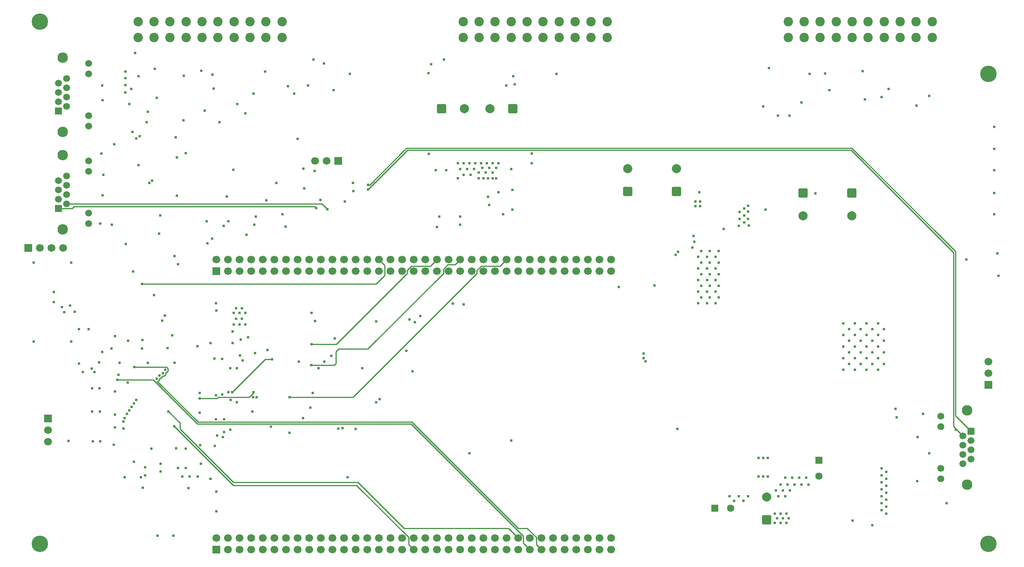
<source format=gbr>
%TF.GenerationSoftware,KiCad,Pcbnew,9.0.3*%
%TF.CreationDate,2025-10-14T12:15:04-07:00*%
%TF.ProjectId,VCU_v1,5643555f-7631-42e6-9b69-6361645f7063,rev?*%
%TF.SameCoordinates,Original*%
%TF.FileFunction,Copper,L5,Inr*%
%TF.FilePolarity,Positive*%
%FSLAX46Y46*%
G04 Gerber Fmt 4.6, Leading zero omitted, Abs format (unit mm)*
G04 Created by KiCad (PCBNEW 9.0.3) date 2025-10-14 12:15:04*
%MOMM*%
%LPD*%
G01*
G04 APERTURE LIST*
G04 Aperture macros list*
%AMRoundRect*
0 Rectangle with rounded corners*
0 $1 Rounding radius*
0 $2 $3 $4 $5 $6 $7 $8 $9 X,Y pos of 4 corners*
0 Add a 4 corners polygon primitive as box body*
4,1,4,$2,$3,$4,$5,$6,$7,$8,$9,$2,$3,0*
0 Add four circle primitives for the rounded corners*
1,1,$1+$1,$2,$3*
1,1,$1+$1,$4,$5*
1,1,$1+$1,$6,$7*
1,1,$1+$1,$8,$9*
0 Add four rect primitives between the rounded corners*
20,1,$1+$1,$2,$3,$4,$5,0*
20,1,$1+$1,$4,$5,$6,$7,0*
20,1,$1+$1,$6,$7,$8,$9,0*
20,1,$1+$1,$8,$9,$2,$3,0*%
G04 Aperture macros list end*
%TA.AperFunction,ComponentPad*%
%ADD10C,3.600000*%
%TD*%
%TA.AperFunction,ComponentPad*%
%ADD11R,1.500000X1.500000*%
%TD*%
%TA.AperFunction,ComponentPad*%
%ADD12C,1.500000*%
%TD*%
%TA.AperFunction,ComponentPad*%
%ADD13C,2.300000*%
%TD*%
%TA.AperFunction,ComponentPad*%
%ADD14RoundRect,0.250000X0.750000X0.750000X-0.750000X0.750000X-0.750000X-0.750000X0.750000X-0.750000X0*%
%TD*%
%TA.AperFunction,ComponentPad*%
%ADD15C,2.000000*%
%TD*%
%TA.AperFunction,ComponentPad*%
%ADD16RoundRect,0.250000X-0.550000X-0.550000X0.550000X-0.550000X0.550000X0.550000X-0.550000X0.550000X0*%
%TD*%
%TA.AperFunction,ComponentPad*%
%ADD17C,1.600000*%
%TD*%
%TA.AperFunction,ComponentPad*%
%ADD18RoundRect,0.250000X-0.550000X0.550000X-0.550000X-0.550000X0.550000X-0.550000X0.550000X0.550000X0*%
%TD*%
%TA.AperFunction,ComponentPad*%
%ADD19C,2.057400*%
%TD*%
%TA.AperFunction,ComponentPad*%
%ADD20R,1.700000X1.700000*%
%TD*%
%TA.AperFunction,ComponentPad*%
%ADD21C,1.700000*%
%TD*%
%TA.AperFunction,ComponentPad*%
%ADD22RoundRect,0.250000X-0.750000X-0.750000X0.750000X-0.750000X0.750000X0.750000X-0.750000X0.750000X0*%
%TD*%
%TA.AperFunction,ComponentPad*%
%ADD23RoundRect,0.250000X-0.750000X0.750000X-0.750000X-0.750000X0.750000X-0.750000X0.750000X0.750000X0*%
%TD*%
%TA.AperFunction,ComponentPad*%
%ADD24RoundRect,0.250000X0.750000X-0.750000X0.750000X0.750000X-0.750000X0.750000X-0.750000X-0.750000X0*%
%TD*%
%TA.AperFunction,ViaPad*%
%ADD25C,0.609600*%
%TD*%
%TA.AperFunction,Conductor*%
%ADD26C,0.254000*%
%TD*%
G04 APERTURE END LIST*
D10*
%TO.N,unconnected-(H1-Pad1)*%
%TO.C,H1*%
X237490000Y-68580000D03*
%TD*%
D11*
%TO.N,/BRUHbus/CAN2_H*%
%TO.C,J8*%
X34040000Y-98050000D03*
D12*
%TO.N,/BRUHbus/CAN2_L*%
X35820000Y-97034000D03*
%TO.N,GND*%
X34040000Y-96018000D03*
%TO.N,+12V*%
X35820000Y-95002000D03*
X34040000Y-93986000D03*
%TO.N,GND*%
X35820000Y-92970000D03*
%TO.N,/BRUHbus/CAN2_L*%
X34040000Y-91954000D03*
%TO.N,/BRUHbus/CAN2_H*%
X35820000Y-90938000D03*
%TO.N,GND*%
X40640000Y-101350000D03*
%TO.N,Net-(J8-POWER_GOOD)*%
X40640000Y-99060000D03*
%TO.N,GND*%
X40640000Y-89920000D03*
%TO.N,Net-(J8-CAN_IND)*%
X40640000Y-87630000D03*
D13*
%TO.N,Net-(J8-SHIELD)*%
X34930000Y-102620000D03*
X34930000Y-86360000D03*
%TD*%
D11*
%TO.N,/BRUHbus/CAN1_H*%
%TO.C,J7*%
X34036000Y-76708000D03*
D12*
%TO.N,/BRUHbus/CAN1_L*%
X35816000Y-75692000D03*
%TO.N,GND*%
X34036000Y-74676000D03*
%TO.N,+12V*%
X35816000Y-73660000D03*
X34036000Y-72644000D03*
%TO.N,GND*%
X35816000Y-71628000D03*
%TO.N,/BRUHbus/CAN1_L*%
X34036000Y-70612000D03*
%TO.N,/BRUHbus/CAN1_H*%
X35816000Y-69596000D03*
%TO.N,GND*%
X40636000Y-80008000D03*
%TO.N,Net-(J7-POWER_GOOD)*%
X40636000Y-77718000D03*
%TO.N,GND*%
X40636000Y-68578000D03*
%TO.N,Net-(J7-CAN_IND)*%
X40636000Y-66288000D03*
D13*
%TO.N,Net-(J7-SHIELD)*%
X34926000Y-81278000D03*
X34926000Y-65018000D03*
%TD*%
D14*
%TO.N,+12V*%
%TO.C,C65*%
X133431677Y-76224001D03*
D15*
%TO.N,GND*%
X128431677Y-76224001D03*
%TD*%
D16*
%TO.N,+5V*%
%TO.C,C11*%
X177602000Y-163660000D03*
D17*
%TO.N,GND*%
X181102000Y-163660000D03*
%TD*%
D18*
%TO.N,+12V*%
%TO.C,C2*%
X200406000Y-153117349D03*
D17*
%TO.N,GND*%
X200406000Y-156617349D03*
%TD*%
D19*
%TO.N,/Connector-Root/APPS1-SIG*%
%TO.C,U6*%
X82950010Y-60626001D03*
%TO.N,unconnected-(U6-Pad2)*%
X79450009Y-60626001D03*
%TO.N,/Connector-Root/APPS2-SIG*%
X75950008Y-60626001D03*
%TO.N,unconnected-(U6-Pad4)*%
X72450005Y-60626001D03*
%TO.N,/Connector-Root/BSE-SIG*%
X68950005Y-60626001D03*
%TO.N,unconnected-(U6-Pad6)*%
X65450004Y-60626001D03*
%TO.N,/STM32-Root/STM32H723ZGT6/PG4*%
X61950003Y-60626001D03*
%TO.N,+4.8V*%
X58450003Y-60626001D03*
X54950002Y-60626001D03*
X51450001Y-60626001D03*
%TO.N,/BRUHbus/CAN1_L*%
X82950010Y-57125999D03*
%TO.N,/BRUHbus/CAN1_H*%
X79450009Y-57125999D03*
%TO.N,/Connector-Root/RTD_BTN+*%
X75950008Y-57125999D03*
%TO.N,/Connector-Root/RTD_BTN-*%
X72450005Y-57125999D03*
%TO.N,/Connector-Root/PRECHARGE_BTN+*%
X68950005Y-57125999D03*
%TO.N,/Connector-Root/PRECHARGE_BTN-*%
X65450004Y-57125999D03*
%TO.N,/STM32-Root/STM32H723ZGT6/PB15*%
X61950003Y-57125999D03*
%TO.N,GND*%
X58450003Y-57125999D03*
X54950002Y-57125999D03*
X51450001Y-57125999D03*
%TD*%
%TO.N,/Connector-Root/Vin+*%
%TO.C,U7*%
X154070010Y-60626001D03*
%TO.N,/STM32-Root/STM32H723ZGT6/PG14*%
X150570009Y-60626001D03*
%TO.N,/STM32-Root/STM32H723ZGT6/PG12*%
X147070008Y-60626001D03*
%TO.N,/STM32-Root/STM32H723ZGT6/PG9*%
X143570005Y-60626001D03*
%TO.N,/STM32-Root/STM32H723ZGT6/PG5*%
X140070005Y-60626001D03*
%TO.N,/Connector-Root/BSPD-FAULT*%
X136570004Y-60626001D03*
%TO.N,/Connector-Root/IMD-FAULT*%
X133070003Y-60626001D03*
%TO.N,/Connector-Root/BMS-FAULT*%
X129570003Y-60626001D03*
%TO.N,/Connector-Root/SPEAKER-*%
X126070002Y-60626001D03*
%TO.N,/Connector-Root/SPEAKER+*%
X122570001Y-60626001D03*
%TO.N,GND*%
X154070010Y-57125999D03*
%TO.N,/STM32-Root/STM32H723ZGT6/PG15*%
X150570009Y-57125999D03*
%TO.N,/STM32-Root/STM32H723ZGT6/PG13*%
X147070008Y-57125999D03*
%TO.N,/STM32-Root/STM32H723ZGT6/PG11*%
X143570005Y-57125999D03*
%TO.N,/STM32-Root/STM32H723ZGT6/PG10*%
X140070005Y-57125999D03*
%TO.N,/STM32-Root/STM32H723ZGT6/PG8*%
X136570004Y-57125999D03*
%TO.N,/STM32-Root/STM32H723ZGT6/PG7*%
X133070003Y-57125999D03*
%TO.N,/STM32-Root/STM32H723ZGT6/PG6*%
X129570003Y-57125999D03*
%TO.N,/STM32-Root/STM32H723ZGT6/PE10*%
X126070002Y-57125999D03*
%TO.N,/STM32-Root/STM32H723ZGT6/PE11*%
X122570001Y-57125999D03*
%TD*%
D20*
%TO.N,unconnected-(JP3-A-Pad1)*%
%TO.C,JP3*%
X237490000Y-136652000D03*
D21*
%TO.N,Net-(JP3-C)*%
X237490000Y-134112000D03*
%TO.N,/BRUHbus/CAN2_L*%
X237490000Y-131572000D03*
%TD*%
D22*
%TO.N,+12V*%
%TO.C,C66*%
X117843677Y-76224001D03*
D15*
%TO.N,GND*%
X122843677Y-76224001D03*
%TD*%
D20*
%TO.N,+3.3V*%
%TO.C,JP1*%
X31750000Y-144018000D03*
D21*
%TO.N,Net-(JP1-C)*%
X31750000Y-146558000D03*
%TO.N,GND*%
X31750000Y-149098000D03*
%TD*%
D20*
%TO.N,+3.3V*%
%TO.C,J1*%
X27432000Y-106680000D03*
D21*
%TO.N,/STM32-Root/STM32H723ZGT6/PA14*%
X29972000Y-106680000D03*
%TO.N,GND*%
X32512000Y-106680000D03*
%TO.N,/STM32-Root/STM32H723ZGT6/PA13*%
X35052000Y-106680000D03*
%TD*%
D23*
%TO.N,+3.3V*%
%TO.C,C53*%
X196957990Y-94673678D03*
D15*
%TO.N,GND*%
X196957990Y-99673678D03*
%TD*%
D11*
%TO.N,/BRUHbus/CAN2_H*%
%TO.C,J6*%
X233680000Y-146808000D03*
D12*
%TO.N,/BRUHbus/CAN2_L*%
X231900000Y-147824000D03*
%TO.N,unconnected-(J6--Vs-Pad3)*%
X233680000Y-148840000D03*
%TO.N,Net-(J6-+Vs-Pad4)*%
X231900000Y-149856000D03*
X233680000Y-150872000D03*
%TO.N,unconnected-(J6--Vs-Pad6)*%
X231900000Y-151888000D03*
%TO.N,/BRUHbus/CAN2_L*%
X233680000Y-152904000D03*
%TO.N,/BRUHbus/CAN2_H*%
X231900000Y-153920000D03*
%TO.N,GND*%
X227080000Y-143508000D03*
%TO.N,Net-(J6-POWER_GOOD)*%
X227080000Y-145798000D03*
%TO.N,GND*%
X227080000Y-154938000D03*
%TO.N,Net-(J6-CAN_IND)*%
X227080000Y-157228000D03*
D13*
%TO.N,Net-(J6-SHIELD)*%
X232790000Y-142238000D03*
X232790000Y-158498000D03*
%TD*%
D20*
%TO.N,unconnected-(JP2-A-Pad1)*%
%TO.C,JP2*%
X95250000Y-87630000D03*
D21*
%TO.N,Net-(JP2-C)*%
X92710000Y-87630000D03*
%TO.N,/BRUHbus/CAN1_L*%
X90170000Y-87630000D03*
%TD*%
D24*
%TO.N,+3.3V*%
%TO.C,C76*%
X158603990Y-94339678D03*
D15*
%TO.N,GND*%
X158603990Y-89339678D03*
%TD*%
D10*
%TO.N,unconnected-(H2-Pad1)_1*%
%TO.C,H2*%
X29972000Y-57150000D03*
%TD*%
D20*
%TO.N,/STM32-Root/STM32H723ZGT6/PC9*%
%TO.C,J3*%
X68580000Y-111760000D03*
D21*
%TO.N,unconnected-(J3-Pin_2-Pad2)*%
X68580000Y-109220000D03*
%TO.N,unconnected-(J3-Pin_3-Pad3)*%
X71120000Y-111760000D03*
%TO.N,unconnected-(J3-Pin_4-Pad4)*%
X71120000Y-109220000D03*
%TO.N,unconnected-(J3-Pin_5-Pad5)*%
X73660000Y-111760000D03*
%TO.N,unconnected-(J3-Pin_6-Pad6)*%
X73660000Y-109220000D03*
%TO.N,unconnected-(J3-Pin_7-Pad7)*%
X76200000Y-111760000D03*
%TO.N,unconnected-(J3-Pin_8-Pad8)*%
X76200000Y-109220000D03*
%TO.N,GND*%
X78740000Y-111760000D03*
%TO.N,unconnected-(J3-Pin_10-Pad10)*%
X78740000Y-109220000D03*
%TO.N,/STM32-Root/STM32H723ZGT6/PA5*%
X81280000Y-111760000D03*
%TO.N,unconnected-(J3-Pin_12-Pad12)*%
X81280000Y-109220000D03*
%TO.N,/STM32-Root/STM32H723ZGT6/PA6*%
X83820000Y-111760000D03*
%TO.N,unconnected-(J3-Pin_14-Pad14)*%
X83820000Y-109220000D03*
%TO.N,/STM32-Root/STM32H723ZGT6/PA7*%
X86360000Y-111760000D03*
%TO.N,/STM32-Root/STM32H723ZGT6/PB12*%
X86360000Y-109220000D03*
%TO.N,/STM32-Root/STM32H723ZGT6/PB6*%
X88900000Y-111760000D03*
%TO.N,unconnected-(J3-Pin_18-Pad18)*%
X88900000Y-109220000D03*
%TO.N,unconnected-(J3-Pin_19-Pad19)*%
X91440000Y-111760000D03*
%TO.N,GND*%
X91440000Y-109220000D03*
%TO.N,unconnected-(J3-Pin_21-Pad21)*%
X93980000Y-111760000D03*
%TO.N,unconnected-(J3-Pin_22-Pad22)*%
X93980000Y-109220000D03*
%TO.N,unconnected-(J3-Pin_23-Pad23)*%
X96520000Y-111760000D03*
%TO.N,unconnected-(J3-Pin_24-Pad24)*%
X96520000Y-109220000D03*
%TO.N,/STM32-Root/STM32H723ZGT6/PB10*%
X99060000Y-111760000D03*
%TO.N,/STM32-Root/STM32H723ZGT6/PB15*%
X99060000Y-109220000D03*
%TO.N,unconnected-(J3-Pin_27-Pad27)*%
X101600000Y-111760000D03*
%TO.N,unconnected-(J3-Pin_28-Pad28)*%
X101600000Y-109220000D03*
%TO.N,/STM32-Root/STM32H723ZGT6/PB5*%
X104140000Y-111760000D03*
%TO.N,/STM32-Root/STM32H723ZGT6/PB13*%
X104140000Y-109220000D03*
%TO.N,unconnected-(J3-Pin_31-Pad31)*%
X106680000Y-111760000D03*
%TO.N,GND*%
X106680000Y-109220000D03*
%TO.N,unconnected-(J3-Pin_33-Pad33)*%
X109220000Y-111760000D03*
%TO.N,unconnected-(J3-Pin_34-Pad34)*%
X109220000Y-109220000D03*
%TO.N,/STM32-Root/STM32H723ZGT6/PA2*%
X111760000Y-111760000D03*
%TO.N,unconnected-(J3-Pin_36-Pad36)*%
X111760000Y-109220000D03*
%TO.N,unconnected-(J3-Pin_37-Pad37)*%
X114300000Y-111760000D03*
%TO.N,unconnected-(J3-Pin_38-Pad38)*%
X114300000Y-109220000D03*
%TO.N,GND*%
X116840000Y-111760000D03*
%TO.N,/STM32-Root/STM32H723ZGT6/PE8*%
X116840000Y-109220000D03*
%TO.N,unconnected-(J3-Pin_41-Pad41)*%
X119380000Y-111760000D03*
%TO.N,/STM32-Root/STM32H723ZGT6/PF10*%
X119380000Y-109220000D03*
%TO.N,unconnected-(J3-Pin_43-Pad43)*%
X121920000Y-111760000D03*
%TO.N,/STM32-Root/STM32H723ZGT6/PE7*%
X121920000Y-109220000D03*
%TO.N,unconnected-(J3-Pin_45-Pad45)*%
X124460000Y-111760000D03*
%TO.N,unconnected-(J3-Pin_46-Pad46)*%
X124460000Y-109220000D03*
%TO.N,unconnected-(J3-Pin_47-Pad47)*%
X127000000Y-111760000D03*
%TO.N,unconnected-(J3-Pin_48-Pad48)*%
X127000000Y-109220000D03*
%TO.N,unconnected-(J3-Pin_49-Pad49)*%
X129540000Y-111760000D03*
%TO.N,/STM32-Root/STM32H723ZGT6/PF14*%
X129540000Y-109220000D03*
%TO.N,unconnected-(J3-Pin_51-Pad51)*%
X132080000Y-111760000D03*
%TO.N,/STM32-Root/STM32H723ZGT6/PE9*%
X132080000Y-109220000D03*
%TO.N,unconnected-(J3-Pin_53-Pad53)*%
X134620000Y-111760000D03*
%TO.N,GND*%
X134620000Y-109220000D03*
%TO.N,unconnected-(J3-Pin_55-Pad55)*%
X137160000Y-111760000D03*
%TO.N,unconnected-(J3-Pin_56-Pad56)*%
X137160000Y-109220000D03*
%TO.N,unconnected-(J3-Pin_57-Pad57)*%
X139700000Y-111760000D03*
%TO.N,unconnected-(J3-Pin_58-Pad58)*%
X139700000Y-109220000D03*
%TO.N,unconnected-(J3-Pin_59-Pad59)*%
X142240000Y-111760000D03*
%TO.N,/STM32-Root/STM32H723ZGT6/PF15*%
X142240000Y-109220000D03*
%TO.N,unconnected-(J3-Pin_61-Pad61)*%
X144780000Y-111760000D03*
%TO.N,unconnected-(J3-Pin_62-Pad62)*%
X144780000Y-109220000D03*
%TO.N,GND*%
X147320000Y-111760000D03*
%TO.N,unconnected-(J3-Pin_64-Pad64)*%
X147320000Y-109220000D03*
%TO.N,unconnected-(J3-Pin_65-Pad65)*%
X149860000Y-111760000D03*
%TO.N,unconnected-(J3-Pin_66-Pad66)*%
X149860000Y-109220000D03*
%TO.N,unconnected-(J3-Pin_67-Pad67)*%
X152400000Y-111760000D03*
%TO.N,unconnected-(J3-Pin_68-Pad68)*%
X152400000Y-109220000D03*
%TO.N,unconnected-(J3-Pin_69-Pad69)*%
X154940000Y-111760000D03*
%TO.N,unconnected-(J3-Pin_70-Pad70)*%
X154940000Y-109220000D03*
%TD*%
D10*
%TO.N,unconnected-(H3-Pad1)_1*%
%TO.C,H3*%
X237490000Y-171450000D03*
%TD*%
D23*
%TO.N,Net-(U14-LDOO)*%
%TO.C,C61*%
X207625990Y-94673678D03*
D15*
%TO.N,GND*%
X207625990Y-99673678D03*
%TD*%
D10*
%TO.N,unconnected-(H4-Pad1)_2*%
%TO.C,H4*%
X29972000Y-171450000D03*
%TD*%
D24*
%TO.N,+5V*%
%TO.C,C13*%
X188976000Y-166200000D03*
D15*
%TO.N,GND*%
X188976000Y-161200000D03*
%TD*%
D24*
%TO.N,+3.3V*%
%TO.C,C80*%
X169271990Y-94339678D03*
D15*
%TO.N,GND*%
X169271990Y-89339678D03*
%TD*%
D19*
%TO.N,unconnected-(U8-Pad1)*%
%TO.C,U8*%
X225190010Y-60626001D03*
%TO.N,unconnected-(U8-Pad2)*%
X221690009Y-60626001D03*
%TO.N,/Connector-Root/GEN_BTN1+*%
X218190008Y-60626001D03*
%TO.N,/Connector-Root/GEN_BTN2+*%
X214690005Y-60626001D03*
%TO.N,/STM32-Root/STM32H723ZGT6/PG2*%
X211190005Y-60626001D03*
%TO.N,/STM32-Root/STM32H723ZGT6/PG3*%
X207690004Y-60626001D03*
%TO.N,/Connector-Root/BRAKE_LIGHT*%
X204190003Y-60626001D03*
%TO.N,/Connector-Root/BSPD_FAULT+*%
X200690003Y-60626001D03*
%TO.N,/Connector-Root/IMD_FAULT+*%
X197190002Y-60626001D03*
%TO.N,/Connector-Root/BMS_FAULT+*%
X193690001Y-60626001D03*
%TO.N,unconnected-(U8-Pad11)*%
X225190010Y-57125999D03*
%TO.N,unconnected-(U8-Pad12)*%
X221690009Y-57125999D03*
%TO.N,/Connector-Root/GEN_BTN1-*%
X218190008Y-57125999D03*
%TO.N,/Connector-Root/GEN_BTN2-*%
X214690005Y-57125999D03*
%TO.N,/STM32-Root/STM32H723ZGT6/PA2*%
X211190005Y-57125999D03*
%TO.N,/STM32-Root/STM32H723ZGT6/PA1*%
X207690004Y-57125999D03*
%TO.N,/STM32-Root/STM32H723ZGT6/PA0*%
X204190003Y-57125999D03*
%TO.N,GND*%
X200690003Y-57125999D03*
X197190002Y-57125999D03*
X193690001Y-57125999D03*
%TD*%
D20*
%TO.N,/STM32-Root/STM32H723ZGT6/PC10*%
%TO.C,J2*%
X68580000Y-172720000D03*
D21*
%TO.N,/STM32-Root/STM32H723ZGT6/PC11*%
X68580000Y-170180000D03*
%TO.N,/STM32-Root/STM32H723ZGT6/PC12*%
X71120000Y-172720000D03*
%TO.N,/STM32-Root/STM32H723ZGT6/PD2*%
X71120000Y-170180000D03*
%TO.N,unconnected-(J2-Pin_5-Pad5)*%
X73660000Y-172720000D03*
%TO.N,+5V*%
X73660000Y-170180000D03*
%TO.N,unconnected-(J2-Pin_7-Pad7)*%
X76200000Y-172720000D03*
%TO.N,GND*%
X76200000Y-170180000D03*
%TO.N,unconnected-(J2-Pin_9-Pad9)*%
X78740000Y-172720000D03*
%TO.N,unconnected-(J2-Pin_10-Pad10)*%
X78740000Y-170180000D03*
%TO.N,unconnected-(J2-Pin_11-Pad11)*%
X81280000Y-172720000D03*
%TO.N,unconnected-(J2-Pin_12-Pad12)*%
X81280000Y-170180000D03*
%TO.N,unconnected-(J2-Pin_13-Pad13)*%
X83820000Y-172720000D03*
%TO.N,unconnected-(J2-Pin_14-Pad14)*%
X83820000Y-170180000D03*
%TO.N,unconnected-(J2-Pin_15-Pad15)*%
X86360000Y-172720000D03*
%TO.N,unconnected-(J2-Pin_16-Pad16)*%
X86360000Y-170180000D03*
%TO.N,unconnected-(J2-Pin_17-Pad17)*%
X88900000Y-172720000D03*
%TO.N,unconnected-(J2-Pin_18-Pad18)*%
X88900000Y-170180000D03*
%TO.N,GND*%
X91440000Y-172720000D03*
X91440000Y-170180000D03*
%TO.N,unconnected-(J2-Pin_21-Pad21)*%
X93980000Y-172720000D03*
%TO.N,GND*%
X93980000Y-170180000D03*
%TO.N,unconnected-(J2-Pin_23-Pad23)*%
X96520000Y-172720000D03*
%TO.N,unconnected-(J2-Pin_24-Pad24)*%
X96520000Y-170180000D03*
%TO.N,unconnected-(J2-Pin_25-Pad25)*%
X99060000Y-172720000D03*
%TO.N,unconnected-(J2-Pin_26-Pad26)*%
X99060000Y-170180000D03*
%TO.N,unconnected-(J2-Pin_27-Pad27)*%
X101600000Y-172720000D03*
%TO.N,/STM32-Root/STM32H723ZGT6/PA0*%
X101600000Y-170180000D03*
%TO.N,unconnected-(J2-Pin_29-Pad29)*%
X104140000Y-172720000D03*
%TO.N,/STM32-Root/STM32H723ZGT6/PA1*%
X104140000Y-170180000D03*
%TO.N,unconnected-(J2-Pin_31-Pad31)*%
X106680000Y-172720000D03*
%TO.N,unconnected-(J2-Pin_32-Pad32)*%
X106680000Y-170180000D03*
%TO.N,/STM32-Root/STM32H723ZGT6/VBAT*%
X109220000Y-172720000D03*
%TO.N,unconnected-(J2-Pin_34-Pad34)*%
X109220000Y-170180000D03*
%TO.N,/STM32-Root/STM32H723ZGT6/PC2*%
X111760000Y-172720000D03*
%TO.N,/STM32-Root/STM32H723ZGT6/PC1*%
X111760000Y-170180000D03*
%TO.N,unconnected-(J2-Pin_37-Pad37)*%
X114300000Y-172720000D03*
%TO.N,unconnected-(J2-Pin_38-Pad38)*%
X114300000Y-170180000D03*
%TO.N,unconnected-(J2-Pin_39-Pad39)*%
X116840000Y-172720000D03*
%TO.N,unconnected-(J2-Pin_40-Pad40)*%
X116840000Y-170180000D03*
%TO.N,unconnected-(J2-Pin_41-Pad41)*%
X119380000Y-172720000D03*
%TO.N,unconnected-(J2-Pin_42-Pad42)*%
X119380000Y-170180000D03*
%TO.N,unconnected-(J2-Pin_43-Pad43)*%
X121920000Y-172720000D03*
%TO.N,unconnected-(J2-Pin_44-Pad44)*%
X121920000Y-170180000D03*
%TO.N,unconnected-(J2-Pin_45-Pad45)*%
X124460000Y-172720000D03*
%TO.N,unconnected-(J2-Pin_46-Pad46)*%
X124460000Y-170180000D03*
%TO.N,unconnected-(J2-Pin_47-Pad47)*%
X127000000Y-172720000D03*
%TO.N,unconnected-(J2-Pin_48-Pad48)*%
X127000000Y-170180000D03*
%TO.N,GND*%
X129540000Y-172720000D03*
%TO.N,unconnected-(J2-Pin_50-Pad50)*%
X129540000Y-170180000D03*
%TO.N,unconnected-(J2-Pin_51-Pad51)*%
X132080000Y-172720000D03*
%TO.N,unconnected-(J2-Pin_52-Pad52)*%
X132080000Y-170180000D03*
%TO.N,unconnected-(J2-Pin_53-Pad53)*%
X134620000Y-172720000D03*
%TO.N,/STM32-Root/STM32H723ZGT6/PF8*%
X134620000Y-170180000D03*
%TO.N,/STM32-Root/STM32H723ZGT6/PD1*%
X137160000Y-172720000D03*
%TO.N,unconnected-(J2-Pin_56-Pad56)*%
X137160000Y-170180000D03*
%TO.N,/STM32-Root/STM32H723ZGT6/PD0*%
X139700000Y-172720000D03*
%TO.N,unconnected-(J2-Pin_58-Pad58)*%
X139700000Y-170180000D03*
%TO.N,unconnected-(J2-Pin_59-Pad59)*%
X142240000Y-172720000D03*
%TO.N,GND*%
X142240000Y-170180000D03*
%TO.N,unconnected-(J2-Pin_61-Pad61)*%
X144780000Y-172720000D03*
%TO.N,unconnected-(J2-Pin_62-Pad62)*%
X144780000Y-170180000D03*
%TO.N,unconnected-(J2-Pin_63-Pad63)*%
X147320000Y-172720000D03*
%TO.N,unconnected-(J2-Pin_64-Pad64)*%
X147320000Y-170180000D03*
%TO.N,unconnected-(J2-Pin_65-Pad65)*%
X149860000Y-172720000D03*
%TO.N,unconnected-(J2-Pin_66-Pad66)*%
X149860000Y-170180000D03*
%TO.N,unconnected-(J2-Pin_67-Pad67)*%
X152400000Y-172720000D03*
%TO.N,unconnected-(J2-Pin_68-Pad68)*%
X152400000Y-170180000D03*
%TO.N,unconnected-(J2-Pin_69-Pad69)*%
X154940000Y-172720000D03*
%TO.N,unconnected-(J2-Pin_70-Pad70)*%
X154940000Y-170180000D03*
%TD*%
D25*
%TO.N,/STM32-Root/STM32H723ZGT6/VBAT*%
X97282000Y-156845000D03*
%TO.N,GND*%
X28575000Y-127127000D03*
X187198000Y-152654000D03*
X191008000Y-159766000D03*
X69215000Y-79121000D03*
X49530000Y-75184000D03*
X187198000Y-156718000D03*
X70866000Y-95377000D03*
X121412000Y-91440000D03*
X131318000Y-99314000D03*
X174371000Y-96520000D03*
X125222000Y-88138000D03*
X46355000Y-138049000D03*
X128270000Y-97282000D03*
X133858000Y-70866000D03*
X89662000Y-138430000D03*
X193040000Y-156972000D03*
X193040000Y-161036000D03*
X238760000Y-89662000D03*
X46432800Y-143129000D03*
X97790000Y-68580000D03*
X58928000Y-125780800D03*
X192024000Y-158496000D03*
X238760000Y-80137000D03*
X92202000Y-131572000D03*
X184023000Y-99568000D03*
X126746000Y-89154000D03*
X61849000Y-150622000D03*
X195072000Y-158496000D03*
X62738000Y-156718000D03*
X114977505Y-68418001D03*
X210464400Y-74168000D03*
X118872000Y-89662000D03*
X207772000Y-166370000D03*
X188214000Y-156718000D03*
X54356000Y-150622000D03*
X238760000Y-94615000D03*
X64897000Y-142748000D03*
X90170000Y-122682000D03*
X89789000Y-65405000D03*
X94488000Y-126492000D03*
X196596000Y-158496000D03*
X52425100Y-126797900D03*
X71628000Y-133019800D03*
X28575000Y-109855000D03*
X36830000Y-109855000D03*
X228346000Y-162560000D03*
X80518000Y-145796000D03*
X133350000Y-98298000D03*
X33020000Y-116332000D03*
X183007000Y-100330000D03*
X238760000Y-84963000D03*
X174371000Y-97536000D03*
X115570000Y-66421000D03*
X183007000Y-98806000D03*
X133096000Y-89408000D03*
X65024000Y-149885400D03*
X181864000Y-162052000D03*
X53594000Y-131848501D03*
X41529000Y-148971000D03*
X180848000Y-161036000D03*
X98425000Y-92456000D03*
X184912000Y-100330000D03*
X128270000Y-89154000D03*
X94234000Y-72136000D03*
X128016000Y-91440000D03*
X43434000Y-85979000D03*
X129032000Y-91440000D03*
X193548000Y-158496000D03*
X52959000Y-156464000D03*
X188214000Y-152654000D03*
X67691800Y-68707000D03*
X182880000Y-101854000D03*
X71223617Y-138262199D03*
X41402000Y-137414000D03*
X68453000Y-118745000D03*
X68580000Y-120396000D03*
X127508000Y-90170000D03*
X84579389Y-147114391D03*
X69850000Y-130937000D03*
X70231000Y-144145000D03*
X50800000Y-64008000D03*
X67310000Y-157226000D03*
X121412000Y-88138000D03*
X93726000Y-130302000D03*
X126492000Y-88138000D03*
X129794000Y-91440000D03*
X217424000Y-143764000D03*
X127762000Y-88138000D03*
X59690000Y-82423000D03*
X194056000Y-159766000D03*
X184912000Y-97409000D03*
X48514000Y-156845000D03*
X122682000Y-88138000D03*
X59436000Y-131826000D03*
X59167300Y-169672000D03*
X196088000Y-156972000D03*
X48768000Y-105824000D03*
X56388000Y-155575000D03*
X197612000Y-156972000D03*
X128016000Y-95504000D03*
X133350000Y-93980000D03*
X87503000Y-143891000D03*
X52070000Y-156845000D03*
X130302000Y-94488000D03*
X125984000Y-91440000D03*
X68580000Y-164338000D03*
X238760000Y-99314000D03*
X193937611Y-77724000D03*
X223139000Y-143002000D03*
X52451000Y-159131000D03*
X212090000Y-167386000D03*
X49276000Y-127000000D03*
X129032000Y-90170000D03*
X67945000Y-71755000D03*
X69977000Y-148082000D03*
X189230000Y-156718000D03*
X124206000Y-90678000D03*
X41402000Y-142494000D03*
X184912000Y-98679000D03*
X86360000Y-82804000D03*
X209931000Y-67945000D03*
X129032000Y-88138000D03*
X121920000Y-101600000D03*
X121920000Y-89408000D03*
X64516000Y-156718000D03*
X221742000Y-75539600D03*
X51816000Y-82169000D03*
X184023000Y-101092000D03*
X68580000Y-160020000D03*
X185039000Y-101727000D03*
X123952000Y-151638000D03*
X51054000Y-82677000D03*
X191516000Y-161036000D03*
X88646000Y-71120000D03*
X67310000Y-127508000D03*
X188214000Y-75692000D03*
X43180000Y-101346000D03*
X182880000Y-161036000D03*
X137541000Y-88138000D03*
X89154000Y-141605000D03*
X66421000Y-100838000D03*
X192532000Y-159766000D03*
X118364000Y-65405000D03*
X173355000Y-97536000D03*
X47371000Y-131826000D03*
X87757000Y-93599000D03*
X172974000Y-104013000D03*
X173355000Y-96520000D03*
X184912000Y-161036000D03*
X127000000Y-91440000D03*
X46355000Y-125984000D03*
X239649000Y-112776000D03*
X46228000Y-83947000D03*
X198120000Y-158496000D03*
X51562000Y-69088000D03*
X123444000Y-89408000D03*
X129794000Y-89154000D03*
X45720000Y-101600000D03*
X62484000Y-159258000D03*
X125984000Y-90170000D03*
X36830000Y-127127000D03*
X194564000Y-156972000D03*
X133477000Y-69088000D03*
X121920000Y-99822000D03*
X184023000Y-98044000D03*
X130302000Y-88138000D03*
X77216000Y-99822000D03*
X191389000Y-77724000D03*
X123952000Y-88138000D03*
X79248000Y-68072000D03*
X131953000Y-71109250D03*
X36233200Y-148905700D03*
X76708000Y-72898000D03*
X55667300Y-169672000D03*
X221869000Y-157734000D03*
X61468000Y-68961000D03*
X64897000Y-138430000D03*
X189230000Y-152654000D03*
X86614000Y-131572000D03*
X196596000Y-74803000D03*
X239456146Y-107893951D03*
X116586000Y-89662000D03*
X92075000Y-66294000D03*
X73152000Y-75184000D03*
X61341000Y-78740000D03*
X50165000Y-81280000D03*
X124968000Y-89408000D03*
X61087000Y-156718000D03*
X50513300Y-153508357D03*
X183896000Y-162052000D03*
X122682000Y-90678000D03*
%TO.N,+5V*%
X193802000Y-165862000D03*
X49911000Y-71882000D03*
X192024000Y-166878000D03*
X191262000Y-165862000D03*
X53594000Y-76835000D03*
X48641000Y-70993000D03*
X48641000Y-68072000D03*
X72263000Y-89535000D03*
X85598000Y-72898000D03*
X48641000Y-72644000D03*
X72136000Y-127508000D03*
X48641000Y-69469000D03*
X190754000Y-164846000D03*
X192024000Y-164846000D03*
X74930000Y-77216000D03*
X90043000Y-89789000D03*
X193294000Y-166878000D03*
X192532000Y-165862000D03*
X72136000Y-124968000D03*
X193294000Y-164846000D03*
X190754000Y-166878000D03*
%TO.N,+3.3V*%
X73660000Y-120904000D03*
X76638583Y-139325601D03*
X68148200Y-130911600D03*
X75184000Y-103759000D03*
X72898000Y-122174000D03*
X174625000Y-117475000D03*
X176530000Y-109855000D03*
X178435000Y-109855000D03*
X175895000Y-118745000D03*
X173990000Y-113665000D03*
X65151000Y-153924000D03*
X43021001Y-137414000D03*
X188722000Y-98298000D03*
X74168000Y-122174000D03*
X173990000Y-108585000D03*
X175895000Y-113665000D03*
X46101000Y-149733000D03*
X178435000Y-117475000D03*
X177800000Y-111125000D03*
X179578000Y-102565200D03*
X176530000Y-114935000D03*
X76835000Y-101600000D03*
X175895000Y-111125000D03*
X224536000Y-73406000D03*
X174625000Y-114935000D03*
X176530000Y-112395000D03*
X52959000Y-154686000D03*
X73660000Y-123444000D03*
X72390000Y-120904000D03*
X177800000Y-116205000D03*
X173990000Y-111125000D03*
X199644000Y-94742000D03*
X74168000Y-119888000D03*
X55118000Y-67437000D03*
X202692000Y-72136000D03*
X72390000Y-123444000D03*
X59944000Y-95250000D03*
X175895000Y-116205000D03*
X178435000Y-114935000D03*
X65235557Y-67868109D03*
X72898000Y-119888000D03*
X176530000Y-117475000D03*
X173990000Y-116205000D03*
X66040000Y-76581000D03*
X174244000Y-94488000D03*
X60198000Y-154813000D03*
X69850000Y-138740400D03*
X43053000Y-142494000D03*
X56388000Y-153924000D03*
X68199000Y-149987000D03*
X77025500Y-129730500D03*
X61913647Y-154829710D03*
X174625000Y-112395000D03*
X173990000Y-118745000D03*
X174625000Y-107315000D03*
X98552000Y-94234000D03*
X57912000Y-128625600D03*
X214122000Y-73660000D03*
X177800000Y-118745000D03*
X43180000Y-148971000D03*
X74930000Y-123444000D03*
X174625000Y-109855000D03*
X68509299Y-144145000D03*
X177800000Y-108585000D03*
X178435000Y-107315000D03*
X45593000Y-128651000D03*
X96647000Y-96520000D03*
X52324000Y-128676400D03*
X215646000Y-71882000D03*
X74930000Y-120904000D03*
X77368400Y-139325600D03*
X178435000Y-112395000D03*
X175895000Y-108585000D03*
X176530000Y-107315000D03*
X177800000Y-113665000D03*
X55499000Y-73787000D03*
X33020000Y-118491000D03*
%TO.N,/STM32-Root/STM32H723ZGT6/PC2*%
X59361800Y-145721800D03*
%TO.N,/STM32-Root/STM32H723ZGT6/PF10*%
X84221501Y-71267501D03*
%TO.N,/STM32-Root/STM32H723ZGT6/PF8*%
X58039000Y-142494000D03*
%TO.N,/STM32-Root/STM32H723ZGT6/PF14*%
X59451850Y-108458000D03*
X53941515Y-92484150D03*
X75532908Y-126205908D03*
%TO.N,/STM32-Root/STM32H723ZGT6/PF15*%
X120269000Y-118900867D03*
X60213633Y-110236000D03*
X122682000Y-118999000D03*
X54480333Y-91945333D03*
X73914000Y-126746000D03*
%TO.N,/STM32-Root/STM32H723ZGT6/PG0*%
X73082400Y-140494000D03*
X103554442Y-140486042D03*
%TO.N,/STM32-Root/STM32H723ZGT6/PG1*%
X104343200Y-139801600D03*
X71678800Y-139909800D03*
%TO.N,/STM32-Root/STM32H723ZGT6/PA14*%
X42926000Y-131699000D03*
%TO.N,/STM32-Root/STM32H723ZGT6/PA13*%
X43624500Y-129476500D03*
%TO.N,/STM32-Root/STM32H723ZGT6/PA0*%
X95250000Y-146177000D03*
%TO.N,/STM32-Root/STM32H723ZGT6/PG2*%
X57302400Y-121513600D03*
X169062400Y-108204000D03*
X66598800Y-105664000D03*
%TO.N,/STM32-Root/STM32H723ZGT6/PC12*%
X47117000Y-134443800D03*
%TO.N,/STM32-Root/STM32H723ZGT6/PG11*%
X50038000Y-141478000D03*
%TO.N,/STM32-Root/STM32H723ZGT6/PG15*%
X48236333Y-144699723D03*
%TO.N,/STM32-Root/STM32H723ZGT6/PG10*%
X50546000Y-140716000D03*
%TO.N,/STM32-Root/STM32H723ZGT6/PG13*%
X49022000Y-143002000D03*
%TO.N,/STM32-Root/STM32H723ZGT6/PG9*%
X51054000Y-139954000D03*
%TO.N,/STM32-Root/STM32H723ZGT6/PD1*%
X56261000Y-99568000D03*
X46863000Y-135558200D03*
%TO.N,/STM32-Root/STM32H723ZGT6/PG3*%
X56718200Y-122631200D03*
X169621200Y-107543600D03*
X67665600Y-104648000D03*
%TO.N,/STM32-Root/STM32H723ZGT6/PA1*%
X96202500Y-146113500D03*
%TO.N,/STM32-Root/STM32H723ZGT6/PG12*%
X49530000Y-142240000D03*
%TO.N,/STM32-Root/STM32H723ZGT6/PD0*%
X50610200Y-132777800D03*
X51562000Y-88538808D03*
X56007000Y-103505000D03*
%TO.N,/STM32-Root/STM32H723ZGT6/PC11*%
X41910000Y-133889200D03*
X37575159Y-120666841D03*
X39403816Y-133824184D03*
X35306000Y-120701000D03*
%TO.N,/STM32-Root/STM32H723ZGT6/PC1*%
X162052000Y-130810000D03*
X59786301Y-150495000D03*
X133096000Y-148844000D03*
%TO.N,/STM32-Root/STM32H723ZGT6/PC10*%
X40609800Y-124455224D03*
X38491200Y-124460000D03*
X41275000Y-133096000D03*
X38491200Y-131953000D03*
%TO.N,/STM32-Root/STM32H723ZGT6/PD2*%
X49149000Y-136144000D03*
X36576000Y-119253000D03*
X34814841Y-119617159D03*
%TO.N,/STM32-Root/STM32H723ZGT6/PB12*%
X64427701Y-128143000D03*
X162444047Y-131463412D03*
%TO.N,/STM32-Root/STM32H723ZGT6/PG8*%
X55512000Y-135268000D03*
%TO.N,/STM32-Root/STM32H723ZGT6/PG14*%
X48514000Y-143968800D03*
%TO.N,/STM32-Root/STM32H723ZGT6/PB15*%
X61912500Y-85915500D03*
%TO.N,/STM32-Root/STM32H723ZGT6/PG5*%
X57417000Y-133363000D03*
%TO.N,/STM32-Root/STM32H723ZGT6/PE10*%
X74295000Y-131329700D03*
%TO.N,/STM32-Root/STM32H723ZGT6/PC9*%
X50370338Y-111808662D03*
%TO.N,/STM32-Root/STM32H723ZGT6/PE7*%
X64897000Y-139573000D03*
X89331800Y-132327400D03*
X76708000Y-138262200D03*
%TO.N,/STM32-Root/STM32H723ZGT6/PE9*%
X76454000Y-142494000D03*
X68511132Y-138939000D03*
X84582000Y-139325600D03*
%TO.N,/STM32-Root/STM32H723ZGT6/PG7*%
X56147000Y-134633000D03*
%TO.N,/STM32-Root/STM32H723ZGT6/PE8*%
X72072500Y-138262200D03*
X89408000Y-127762000D03*
X80772000Y-131064000D03*
%TO.N,/STM32-Root/STM32H723ZGT6/PB13*%
X52324000Y-114554000D03*
X54927500Y-117030500D03*
%TO.N,/STM32-Root/STM32H723ZGT6/PB6*%
X81661000Y-92456000D03*
X46355000Y-146000400D03*
%TO.N,/STM32-Root/STM32H723ZGT6/PA2*%
X111506000Y-133656800D03*
%TO.N,/STM32-Root/STM32H723ZGT6/PB5*%
X53340000Y-79121000D03*
X99060000Y-146304000D03*
X48260000Y-146174923D03*
X169418000Y-146304000D03*
X217170000Y-141859000D03*
X79502000Y-96266000D03*
X91353029Y-96179029D03*
%TO.N,/STM32-Root/STM32H723ZGT6/PA6*%
X70263092Y-146971092D03*
%TO.N,/STM32-Root/STM32H723ZGT6/PA7*%
X71628684Y-146431684D03*
%TO.N,/STM32-Root/STM32H723ZGT6/PG4*%
X59944000Y-86868000D03*
%TO.N,/STM32-Root/STM32H723ZGT6/PE11*%
X73710800Y-130182262D03*
%TO.N,/STM32-Root/STM32H723ZGT6/PB10*%
X162052000Y-129794000D03*
X73025000Y-133019800D03*
X100457000Y-132969000D03*
X90932000Y-133019800D03*
%TO.N,/STM32-Root/STM32H723ZGT6/PG6*%
X56896000Y-134077943D03*
%TO.N,/STM32-Root/STM32H723ZGT6/PA5*%
X68707000Y-147701000D03*
%TO.N,/BRUHbus/CAN1_L*%
X83693000Y-101981000D03*
X70209266Y-101832266D03*
%TO.N,/BRUHbus/CAN1_H*%
X71203532Y-100838000D03*
X83058000Y-99314000D03*
X87646841Y-89297841D03*
%TO.N,/BRUHbus/CAN2_L*%
X101727000Y-93853000D03*
X92837000Y-98171000D03*
X230378000Y-146430000D03*
%TO.N,Net-(J6-CAN_IND)*%
X221996000Y-148082000D03*
X224536000Y-151638000D03*
%TO.N,/BRUHbus/CAN2_H*%
X90424000Y-97934242D03*
X101727000Y-92837000D03*
%TO.N,/Connector-Root/BSPD_FAULT+*%
X173168329Y-105350329D03*
X89408000Y-120904000D03*
X201718703Y-68453000D03*
X156589000Y-115220408D03*
%TO.N,/Connector-Root/BSPD-FAULT*%
X112014000Y-122936000D03*
X103512873Y-122801127D03*
X143002000Y-68580000D03*
%TO.N,/Connector-Root/BMS-FAULT*%
X113157000Y-121589800D03*
%TO.N,/Connector-Root/BRAKE_LIGHT*%
X110109000Y-129159000D03*
X172681900Y-106591100D03*
X164401500Y-114871500D03*
%TO.N,/Connector-Root/IMD-FAULT*%
X110853389Y-122351800D03*
%TO.N,+12V*%
X214122000Y-156464000D03*
X215138000Y-161798000D03*
X215138000Y-163322000D03*
X198374000Y-68580000D03*
X116840000Y-102108000D03*
X232664000Y-109220000D03*
X214122000Y-164084000D03*
X215138000Y-157226000D03*
X43815000Y-90678000D03*
X115062000Y-86106000D03*
X214122000Y-157988000D03*
X214122000Y-161036000D03*
X137541000Y-85979000D03*
X79756000Y-129032000D03*
X43688000Y-74295000D03*
X43561000Y-71120000D03*
X214122000Y-154940000D03*
X215138000Y-164846000D03*
X214122000Y-162560000D03*
X215138000Y-160274000D03*
X43688000Y-95123000D03*
X117348000Y-99822000D03*
X215138000Y-158750000D03*
X214122000Y-159512000D03*
X215138000Y-155702000D03*
X189484000Y-67310000D03*
%TO.N,/Connector-Root/Vin+*%
X208280000Y-128270000D03*
X205740000Y-130810000D03*
X207010000Y-127000000D03*
X207010000Y-129540000D03*
X208280000Y-125730000D03*
X205740000Y-125730000D03*
X214630000Y-124460000D03*
X213360000Y-130810000D03*
X209550000Y-127000000D03*
X205740000Y-123190000D03*
X207010000Y-124460000D03*
X210820000Y-125730000D03*
X207010000Y-132080000D03*
X213360000Y-133350000D03*
X205740000Y-133350000D03*
X210820000Y-123190000D03*
X210820000Y-133350000D03*
X213360000Y-128270000D03*
X208280000Y-133350000D03*
X210820000Y-130810000D03*
X213360000Y-123190000D03*
X205740000Y-128270000D03*
X210820000Y-128270000D03*
X212090000Y-132080000D03*
X209550000Y-132080000D03*
X212090000Y-124460000D03*
X212090000Y-127000000D03*
X214630000Y-129540000D03*
X209550000Y-129540000D03*
X209550000Y-124460000D03*
X208280000Y-130810000D03*
X214630000Y-127000000D03*
X208280000Y-123190000D03*
X214630000Y-132080000D03*
X212090000Y-129540000D03*
X213360000Y-125730000D03*
%TD*%
D26*
%TO.N,/STM32-Root/STM32H723ZGT6/PC2*%
X110629600Y-169990972D02*
X110629600Y-171589600D01*
X72263000Y-158623000D02*
X99261628Y-158623000D01*
X99261628Y-158623000D02*
X110629600Y-169990972D01*
X59361800Y-145721800D02*
X72263000Y-158623000D01*
X110629600Y-171589600D02*
X111760000Y-172720000D01*
%TO.N,/STM32-Root/STM32H723ZGT6/PF8*%
X58039000Y-142494000D02*
X58102200Y-142494000D01*
X60592700Y-146317700D02*
X72263000Y-157988000D01*
X60592700Y-144984500D02*
X60592700Y-146317700D01*
X58102200Y-142494000D02*
X60592700Y-144984500D01*
X109601000Y-168021000D02*
X132461000Y-168021000D01*
X99568000Y-157988000D02*
X109601000Y-168021000D01*
X72263000Y-157988000D02*
X99568000Y-157988000D01*
X132461000Y-168021000D02*
X134620000Y-170180000D01*
%TO.N,/STM32-Root/STM32H723ZGT6/PD1*%
X64389000Y-145161000D02*
X54737000Y-135509000D01*
X46912200Y-135509000D02*
X46863000Y-135558200D01*
X137160000Y-172720000D02*
X135750400Y-171310400D01*
X135750400Y-169711772D02*
X111199628Y-145161000D01*
X54737000Y-135509000D02*
X46912200Y-135509000D01*
X111199628Y-145161000D02*
X64389000Y-145161000D01*
X135750400Y-171310400D02*
X135750400Y-169711772D01*
%TO.N,/STM32-Root/STM32H723ZGT6/PD0*%
X134635779Y-168021000D02*
X136599628Y-168021000D01*
X50610200Y-132777800D02*
X57659398Y-132777800D01*
X58002200Y-133605398D02*
X57659398Y-133948200D01*
X56732200Y-134663143D02*
X56732200Y-134875398D01*
X58002200Y-133120602D02*
X58002200Y-133605398D01*
X138569600Y-169990972D02*
X138569600Y-171589600D01*
X56732200Y-134875398D02*
X56389398Y-135218200D01*
X56097200Y-135510398D02*
X55754398Y-135853200D01*
X138569600Y-171589600D02*
X139700000Y-172720000D01*
X57659398Y-132777800D02*
X58002200Y-133120602D01*
X56097200Y-135218200D02*
X56097200Y-135510398D01*
X56389398Y-135218200D02*
X56097200Y-135218200D01*
X57659398Y-133948200D02*
X57481200Y-133948200D01*
X64557750Y-144753600D02*
X111368379Y-144753600D01*
X136599628Y-168021000D02*
X138569600Y-169990972D01*
X111368379Y-144753600D02*
X134635779Y-168021000D01*
X57138398Y-134663143D02*
X56732200Y-134663143D01*
X57481200Y-134320341D02*
X57138398Y-134663143D01*
X55754398Y-135853200D02*
X55657350Y-135853200D01*
X55657350Y-135853200D02*
X64557750Y-144753600D01*
X57481200Y-133948200D02*
X57481200Y-134320341D01*
%TO.N,/STM32-Root/STM32H723ZGT6/PE7*%
X75813400Y-139324600D02*
X68953130Y-139324600D01*
X120789600Y-110350400D02*
X121920000Y-109220000D01*
X119190972Y-110350400D02*
X120789600Y-110350400D01*
X94755449Y-129354153D02*
X95331602Y-128778000D01*
X95331602Y-128778000D02*
X101699828Y-128778000D01*
X68704730Y-139573000D02*
X64897000Y-139573000D01*
X76708000Y-138430000D02*
X75813400Y-139324600D01*
X94755449Y-131996102D02*
X94755449Y-129354153D01*
X101699828Y-128778000D02*
X118249600Y-112228228D01*
X89287600Y-132327400D02*
X89331800Y-132327400D01*
X68953130Y-139324600D02*
X68704730Y-139573000D01*
X89331800Y-132327400D02*
X94424151Y-132327400D01*
X76708000Y-138262200D02*
X76708000Y-138430000D01*
X118249600Y-111291772D02*
X119190972Y-110350400D01*
X118249600Y-112228228D02*
X118249600Y-111291772D01*
X94424151Y-132327400D02*
X94755449Y-131996102D01*
%TO.N,/STM32-Root/STM32H723ZGT6/PE9*%
X125590400Y-111570972D02*
X125590400Y-112228228D01*
X126531772Y-110629600D02*
X125590400Y-111570972D01*
X130670400Y-110629600D02*
X126531772Y-110629600D01*
X98493028Y-139325600D02*
X84582000Y-139325600D01*
X125590400Y-112228228D02*
X98493028Y-139325600D01*
X132080000Y-109220000D02*
X130670400Y-110629600D01*
%TO.N,/STM32-Root/STM32H723ZGT6/PE8*%
X79248000Y-131064000D02*
X80772000Y-131064000D01*
X72072500Y-138239500D02*
X79248000Y-131064000D01*
X111279172Y-110629600D02*
X110350400Y-111558372D01*
X110350400Y-112228228D02*
X94816628Y-127762000D01*
X116840000Y-109220000D02*
X115430400Y-110629600D01*
X115430400Y-110629600D02*
X111279172Y-110629600D01*
X94816628Y-127762000D02*
X89408000Y-127762000D01*
X110350400Y-111558372D02*
X110350400Y-112228228D01*
X72072500Y-138262200D02*
X72072500Y-138239500D01*
%TO.N,/STM32-Root/STM32H723ZGT6/PB13*%
X104140000Y-109220000D02*
X105410000Y-110490000D01*
X103505000Y-114554000D02*
X52324000Y-114554000D01*
X105410000Y-110490000D02*
X105410000Y-112649000D01*
X105410000Y-112649000D02*
X103505000Y-114554000D01*
%TO.N,/BRUHbus/CAN2_L*%
X110363000Y-85217000D02*
X101727000Y-93853000D01*
X92837000Y-98171000D02*
X91700000Y-97034000D01*
X231900000Y-147824000D02*
X229870000Y-145794000D01*
X229870000Y-145794000D02*
X229870000Y-107696000D01*
X229870000Y-107696000D02*
X207391000Y-85217000D01*
X91700000Y-97034000D02*
X35820000Y-97034000D01*
X207391000Y-85217000D02*
X110363000Y-85217000D01*
%TO.N,/BRUHbus/CAN2_H*%
X230277400Y-140081000D02*
X230277400Y-107468400D01*
X102166850Y-92837000D02*
X101727000Y-92837000D01*
X34054400Y-98064400D02*
X34040000Y-98050000D01*
X90424000Y-97934242D02*
X90107958Y-97618200D01*
X90107958Y-97618200D02*
X37415200Y-97618200D01*
X230277400Y-143405400D02*
X230277400Y-140081000D01*
X207618600Y-84809600D02*
X204724000Y-84809600D01*
X204724000Y-84809600D02*
X150622000Y-84809600D01*
X110194249Y-84809600D02*
X109503425Y-85500425D01*
X227965000Y-105156000D02*
X207618600Y-84809600D01*
X109503425Y-85500425D02*
X102166850Y-92837000D01*
X150622000Y-84809600D02*
X110194249Y-84809600D01*
X36969000Y-98064400D02*
X34054400Y-98064400D01*
X230277400Y-107468400D02*
X227965000Y-105156000D01*
X233680000Y-146808000D02*
X230277400Y-143405400D01*
X37415200Y-97618200D02*
X36969000Y-98064400D01*
%TD*%
M02*

</source>
